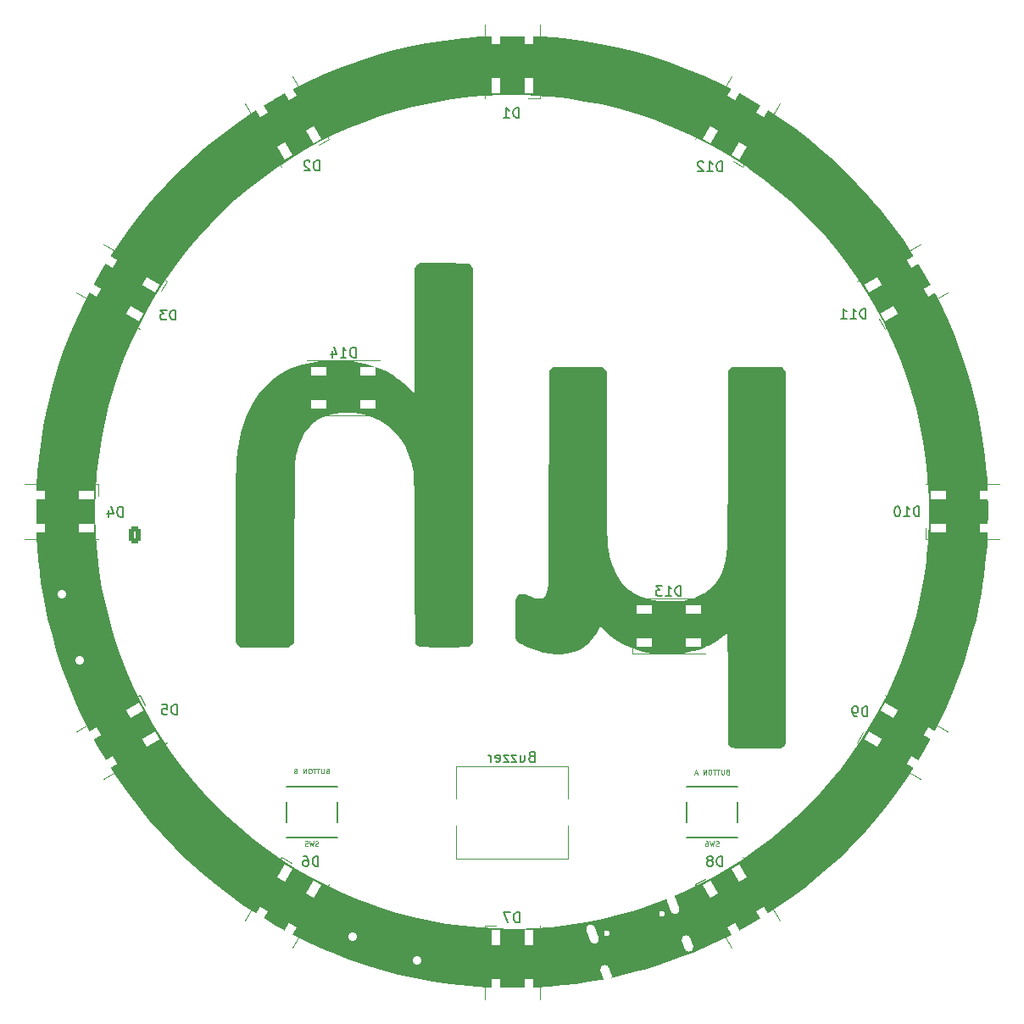
<source format=gbr>
%TF.GenerationSoftware,KiCad,Pcbnew,(6.0.8)*%
%TF.CreationDate,2022-10-25T22:06:49+02:00*%
%TF.ProjectId,Badge_v1,42616467-655f-4763-912e-6b696361645f,rev?*%
%TF.SameCoordinates,Original*%
%TF.FileFunction,Legend,Bot*%
%TF.FilePolarity,Positive*%
%FSLAX46Y46*%
G04 Gerber Fmt 4.6, Leading zero omitted, Abs format (unit mm)*
G04 Created by KiCad (PCBNEW (6.0.8)) date 2022-10-25 22:06:49*
%MOMM*%
%LPD*%
G01*
G04 APERTURE LIST*
G04 Aperture macros list*
%AMRoundRect*
0 Rectangle with rounded corners*
0 $1 Rounding radius*
0 $2 $3 $4 $5 $6 $7 $8 $9 X,Y pos of 4 corners*
0 Add a 4 corners polygon primitive as box body*
4,1,4,$2,$3,$4,$5,$6,$7,$8,$9,$2,$3,0*
0 Add four circle primitives for the rounded corners*
1,1,$1+$1,$2,$3*
1,1,$1+$1,$4,$5*
1,1,$1+$1,$6,$7*
1,1,$1+$1,$8,$9*
0 Add four rect primitives between the rounded corners*
20,1,$1+$1,$2,$3,$4,$5,0*
20,1,$1+$1,$4,$5,$6,$7,0*
20,1,$1+$1,$6,$7,$8,$9,0*
20,1,$1+$1,$8,$9,$2,$3,0*%
%AMHorizOval*
0 Thick line with rounded ends*
0 $1 width*
0 $2 $3 position (X,Y) of the first rounded end (center of the circle)*
0 $4 $5 position (X,Y) of the second rounded end (center of the circle)*
0 Add line between two ends*
20,1,$1,$2,$3,$4,$5,0*
0 Add two circle primitives to create the rounded ends*
1,1,$1,$2,$3*
1,1,$1,$4,$5*%
%AMRotRect*
0 Rectangle, with rotation*
0 The origin of the aperture is its center*
0 $1 length*
0 $2 width*
0 $3 Rotation angle, in degrees counterclockwise*
0 Add horizontal line*
21,1,$1,$2,0,0,$3*%
G04 Aperture macros list end*
%ADD10C,0.150000*%
%ADD11C,0.120000*%
%ADD12C,0.200000*%
%ADD13C,0.600000*%
%ADD14HorizOval,0.900000X-0.188111X0.516831X0.188111X-0.516831X0*%
%ADD15HorizOval,0.900000X-0.136808X0.375877X0.136808X-0.375877X0*%
%ADD16R,1.700000X1.700000*%
%ADD17O,1.700000X1.700000*%
%ADD18RoundRect,0.250000X-0.350000X-0.625000X0.350000X-0.625000X0.350000X0.625000X-0.350000X0.625000X0*%
%ADD19O,1.200000X1.750000*%
%ADD20R,1.000000X1.000000*%
%ADD21O,1.000000X1.000000*%
%ADD22R,0.850000X0.850000*%
%ADD23O,0.850000X0.850000*%
%ADD24C,0.900000*%
%ADD25RotRect,1.500000X0.900000X30.000000*%
%ADD26RotRect,1.500000X0.900000X300.000000*%
%ADD27RotRect,1.500000X0.900000X240.000000*%
%ADD28RotRect,1.500000X0.900000X330.000000*%
%ADD29RotRect,1.500000X0.900000X120.000000*%
%ADD30R,2.200000X2.200000*%
%ADD31R,0.900000X1.500000*%
%ADD32R,1.500000X0.900000*%
%ADD33RotRect,1.500000X0.900000X150.000000*%
%ADD34R,1.000000X0.750000*%
%ADD35RotRect,1.500000X0.900000X210.000000*%
%ADD36RotRect,1.500000X0.900000X60.000000*%
G04 APERTURE END LIST*
D10*
%TO.C,D5*%
X66508095Y-120242380D02*
X66508095Y-119242380D01*
X66270000Y-119242380D01*
X66127142Y-119290000D01*
X66031904Y-119385238D01*
X65984285Y-119480476D01*
X65936666Y-119670952D01*
X65936666Y-119813809D01*
X65984285Y-120004285D01*
X66031904Y-120099523D01*
X66127142Y-120194761D01*
X66270000Y-120242380D01*
X66508095Y-120242380D01*
X65031904Y-119242380D02*
X65508095Y-119242380D01*
X65555714Y-119718571D01*
X65508095Y-119670952D01*
X65412857Y-119623333D01*
X65174761Y-119623333D01*
X65079523Y-119670952D01*
X65031904Y-119718571D01*
X64984285Y-119813809D01*
X64984285Y-120051904D01*
X65031904Y-120147142D01*
X65079523Y-120194761D01*
X65174761Y-120242380D01*
X65412857Y-120242380D01*
X65508095Y-120194761D01*
X65555714Y-120147142D01*
%TO.C,D2*%
X80738095Y-65912379D02*
X80738095Y-64912379D01*
X80500000Y-64912379D01*
X80357142Y-64959999D01*
X80261904Y-65055237D01*
X80214285Y-65150475D01*
X80166666Y-65340951D01*
X80166666Y-65483808D01*
X80214285Y-65674284D01*
X80261904Y-65769522D01*
X80357142Y-65864760D01*
X80500000Y-65912379D01*
X80738095Y-65912379D01*
X79785714Y-65007618D02*
X79738095Y-64959999D01*
X79642857Y-64912379D01*
X79404761Y-64912379D01*
X79309523Y-64959999D01*
X79261904Y-65007618D01*
X79214285Y-65102856D01*
X79214285Y-65198094D01*
X79261904Y-65340951D01*
X79833333Y-65912379D01*
X79214285Y-65912379D01*
%TO.C,D12*%
X120994285Y-65992380D02*
X120994285Y-64992380D01*
X120756190Y-64992380D01*
X120613333Y-65040000D01*
X120518095Y-65135238D01*
X120470476Y-65230476D01*
X120422857Y-65420952D01*
X120422857Y-65563809D01*
X120470476Y-65754285D01*
X120518095Y-65849523D01*
X120613333Y-65944761D01*
X120756190Y-65992380D01*
X120994285Y-65992380D01*
X119470476Y-65992380D02*
X120041904Y-65992380D01*
X119756190Y-65992380D02*
X119756190Y-64992380D01*
X119851428Y-65135238D01*
X119946666Y-65230476D01*
X120041904Y-65278095D01*
X119089523Y-65087619D02*
X119041904Y-65040000D01*
X118946666Y-64992380D01*
X118708571Y-64992380D01*
X118613333Y-65040000D01*
X118565714Y-65087619D01*
X118518095Y-65182857D01*
X118518095Y-65278095D01*
X118565714Y-65420952D01*
X119137142Y-65992380D01*
X118518095Y-65992380D01*
%TO.C,D3*%
X66398095Y-80822380D02*
X66398095Y-79822380D01*
X66160000Y-79822380D01*
X66017142Y-79870000D01*
X65921904Y-79965238D01*
X65874285Y-80060476D01*
X65826666Y-80250952D01*
X65826666Y-80393809D01*
X65874285Y-80584285D01*
X65921904Y-80679523D01*
X66017142Y-80774761D01*
X66160000Y-80822380D01*
X66398095Y-80822380D01*
X65493333Y-79822380D02*
X64874285Y-79822380D01*
X65207619Y-80203333D01*
X65064761Y-80203333D01*
X64969523Y-80250952D01*
X64921904Y-80298571D01*
X64874285Y-80393809D01*
X64874285Y-80631904D01*
X64921904Y-80727142D01*
X64969523Y-80774761D01*
X65064761Y-80822380D01*
X65350476Y-80822380D01*
X65445714Y-80774761D01*
X65493333Y-80727142D01*
%TO.C,D8*%
X120998095Y-135392380D02*
X120998095Y-134392380D01*
X120760000Y-134392380D01*
X120617142Y-134440000D01*
X120521904Y-134535238D01*
X120474285Y-134630476D01*
X120426666Y-134820952D01*
X120426666Y-134963809D01*
X120474285Y-135154285D01*
X120521904Y-135249523D01*
X120617142Y-135344761D01*
X120760000Y-135392380D01*
X120998095Y-135392380D01*
X119855238Y-134820952D02*
X119950476Y-134773333D01*
X119998095Y-134725714D01*
X120045714Y-134630476D01*
X120045714Y-134582857D01*
X119998095Y-134487619D01*
X119950476Y-134440000D01*
X119855238Y-134392380D01*
X119664761Y-134392380D01*
X119569523Y-134440000D01*
X119521904Y-134487619D01*
X119474285Y-134582857D01*
X119474285Y-134630476D01*
X119521904Y-134725714D01*
X119569523Y-134773333D01*
X119664761Y-134820952D01*
X119855238Y-134820952D01*
X119950476Y-134868571D01*
X119998095Y-134916190D01*
X120045714Y-135011428D01*
X120045714Y-135201904D01*
X119998095Y-135297142D01*
X119950476Y-135344761D01*
X119855238Y-135392380D01*
X119664761Y-135392380D01*
X119569523Y-135344761D01*
X119521904Y-135297142D01*
X119474285Y-135201904D01*
X119474285Y-135011428D01*
X119521904Y-134916190D01*
X119569523Y-134868571D01*
X119664761Y-134820952D01*
%TO.C,BZ1*%
X101928571Y-124428571D02*
X101785714Y-124476190D01*
X101738095Y-124523809D01*
X101690476Y-124619047D01*
X101690476Y-124761904D01*
X101738095Y-124857142D01*
X101785714Y-124904761D01*
X101880952Y-124952380D01*
X102261904Y-124952380D01*
X102261904Y-123952380D01*
X101928571Y-123952380D01*
X101833333Y-124000000D01*
X101785714Y-124047619D01*
X101738095Y-124142857D01*
X101738095Y-124238095D01*
X101785714Y-124333333D01*
X101833333Y-124380952D01*
X101928571Y-124428571D01*
X102261904Y-124428571D01*
X100833333Y-124285714D02*
X100833333Y-124952380D01*
X101261904Y-124285714D02*
X101261904Y-124809523D01*
X101214285Y-124904761D01*
X101119047Y-124952380D01*
X100976190Y-124952380D01*
X100880952Y-124904761D01*
X100833333Y-124857142D01*
X100452380Y-124285714D02*
X99928571Y-124285714D01*
X100452380Y-124952380D01*
X99928571Y-124952380D01*
X99642857Y-124285714D02*
X99119047Y-124285714D01*
X99642857Y-124952380D01*
X99119047Y-124952380D01*
X98357142Y-124904761D02*
X98452380Y-124952380D01*
X98642857Y-124952380D01*
X98738095Y-124904761D01*
X98785714Y-124809523D01*
X98785714Y-124428571D01*
X98738095Y-124333333D01*
X98642857Y-124285714D01*
X98452380Y-124285714D01*
X98357142Y-124333333D01*
X98309523Y-124428571D01*
X98309523Y-124523809D01*
X98785714Y-124619047D01*
X97880952Y-124952380D02*
X97880952Y-124285714D01*
X97880952Y-124476190D02*
X97833333Y-124380952D01*
X97785714Y-124333333D01*
X97690476Y-124285714D01*
X97595238Y-124285714D01*
%TO.C,D1*%
X100678095Y-60632380D02*
X100678095Y-59632380D01*
X100440000Y-59632380D01*
X100297142Y-59680000D01*
X100201904Y-59775238D01*
X100154285Y-59870476D01*
X100106666Y-60060952D01*
X100106666Y-60203809D01*
X100154285Y-60394285D01*
X100201904Y-60489523D01*
X100297142Y-60584761D01*
X100440000Y-60632380D01*
X100678095Y-60632380D01*
X99154285Y-60632380D02*
X99725714Y-60632380D01*
X99440000Y-60632380D02*
X99440000Y-59632380D01*
X99535238Y-59775238D01*
X99630476Y-59870476D01*
X99725714Y-59918095D01*
%TO.C,D13*%
X116854285Y-108382380D02*
X116854285Y-107382380D01*
X116616190Y-107382380D01*
X116473333Y-107430000D01*
X116378095Y-107525238D01*
X116330476Y-107620476D01*
X116282857Y-107810952D01*
X116282857Y-107953809D01*
X116330476Y-108144285D01*
X116378095Y-108239523D01*
X116473333Y-108334761D01*
X116616190Y-108382380D01*
X116854285Y-108382380D01*
X115330476Y-108382380D02*
X115901904Y-108382380D01*
X115616190Y-108382380D02*
X115616190Y-107382380D01*
X115711428Y-107525238D01*
X115806666Y-107620476D01*
X115901904Y-107668095D01*
X114997142Y-107382380D02*
X114378095Y-107382380D01*
X114711428Y-107763333D01*
X114568571Y-107763333D01*
X114473333Y-107810952D01*
X114425714Y-107858571D01*
X114378095Y-107953809D01*
X114378095Y-108191904D01*
X114425714Y-108287142D01*
X114473333Y-108334761D01*
X114568571Y-108382380D01*
X114854285Y-108382380D01*
X114949523Y-108334761D01*
X114997142Y-108287142D01*
%TO.C,D9*%
X135498095Y-120432380D02*
X135498095Y-119432380D01*
X135260000Y-119432380D01*
X135117142Y-119480000D01*
X135021904Y-119575238D01*
X134974285Y-119670476D01*
X134926666Y-119860952D01*
X134926666Y-120003809D01*
X134974285Y-120194285D01*
X135021904Y-120289523D01*
X135117142Y-120384761D01*
X135260000Y-120432380D01*
X135498095Y-120432380D01*
X134450476Y-120432380D02*
X134260000Y-120432380D01*
X134164761Y-120384761D01*
X134117142Y-120337142D01*
X134021904Y-120194285D01*
X133974285Y-120003809D01*
X133974285Y-119622857D01*
X134021904Y-119527619D01*
X134069523Y-119480000D01*
X134164761Y-119432380D01*
X134355238Y-119432380D01*
X134450476Y-119480000D01*
X134498095Y-119527619D01*
X134545714Y-119622857D01*
X134545714Y-119860952D01*
X134498095Y-119956190D01*
X134450476Y-120003809D01*
X134355238Y-120051428D01*
X134164761Y-120051428D01*
X134069523Y-120003809D01*
X134021904Y-119956190D01*
X133974285Y-119860952D01*
D11*
%TO.C,SW6*%
X120634666Y-133365380D02*
X120563238Y-133389190D01*
X120444190Y-133389190D01*
X120396571Y-133365380D01*
X120372761Y-133341571D01*
X120348952Y-133293952D01*
X120348952Y-133246333D01*
X120372761Y-133198714D01*
X120396571Y-133174904D01*
X120444190Y-133151095D01*
X120539428Y-133127285D01*
X120587047Y-133103476D01*
X120610857Y-133079666D01*
X120634666Y-133032047D01*
X120634666Y-132984428D01*
X120610857Y-132936809D01*
X120587047Y-132913000D01*
X120539428Y-132889190D01*
X120420380Y-132889190D01*
X120348952Y-132913000D01*
X120182285Y-132889190D02*
X120063238Y-133389190D01*
X119968000Y-133032047D01*
X119872761Y-133389190D01*
X119753714Y-132889190D01*
X119348952Y-132889190D02*
X119444190Y-132889190D01*
X119491809Y-132913000D01*
X119515619Y-132936809D01*
X119563238Y-133008238D01*
X119587047Y-133103476D01*
X119587047Y-133293952D01*
X119563238Y-133341571D01*
X119539428Y-133365380D01*
X119491809Y-133389190D01*
X119396571Y-133389190D01*
X119348952Y-133365380D01*
X119325142Y-133341571D01*
X119301333Y-133293952D01*
X119301333Y-133174904D01*
X119325142Y-133127285D01*
X119348952Y-133103476D01*
X119396571Y-133079666D01*
X119491809Y-133079666D01*
X119539428Y-133103476D01*
X119563238Y-133127285D01*
X119587047Y-133174904D01*
X121525714Y-125954285D02*
X121454285Y-125978095D01*
X121430476Y-126001904D01*
X121406666Y-126049523D01*
X121406666Y-126120952D01*
X121430476Y-126168571D01*
X121454285Y-126192380D01*
X121501904Y-126216190D01*
X121692380Y-126216190D01*
X121692380Y-125716190D01*
X121525714Y-125716190D01*
X121478095Y-125740000D01*
X121454285Y-125763809D01*
X121430476Y-125811428D01*
X121430476Y-125859047D01*
X121454285Y-125906666D01*
X121478095Y-125930476D01*
X121525714Y-125954285D01*
X121692380Y-125954285D01*
X121192380Y-125716190D02*
X121192380Y-126120952D01*
X121168571Y-126168571D01*
X121144761Y-126192380D01*
X121097142Y-126216190D01*
X121001904Y-126216190D01*
X120954285Y-126192380D01*
X120930476Y-126168571D01*
X120906666Y-126120952D01*
X120906666Y-125716190D01*
X120740000Y-125716190D02*
X120454285Y-125716190D01*
X120597142Y-126216190D02*
X120597142Y-125716190D01*
X120359047Y-125716190D02*
X120073333Y-125716190D01*
X120216190Y-126216190D02*
X120216190Y-125716190D01*
X119811428Y-125716190D02*
X119716190Y-125716190D01*
X119668571Y-125740000D01*
X119620952Y-125787619D01*
X119597142Y-125882857D01*
X119597142Y-126049523D01*
X119620952Y-126144761D01*
X119668571Y-126192380D01*
X119716190Y-126216190D01*
X119811428Y-126216190D01*
X119859047Y-126192380D01*
X119906666Y-126144761D01*
X119930476Y-126049523D01*
X119930476Y-125882857D01*
X119906666Y-125787619D01*
X119859047Y-125740000D01*
X119811428Y-125716190D01*
X119382857Y-126216190D02*
X119382857Y-125716190D01*
X119097142Y-126216190D01*
X119097142Y-125716190D01*
X118501904Y-126073333D02*
X118263809Y-126073333D01*
X118549523Y-126216190D02*
X118382857Y-125716190D01*
X118216190Y-126216190D01*
D10*
%TO.C,D4*%
X61128095Y-100482380D02*
X61128095Y-99482380D01*
X60890000Y-99482380D01*
X60747142Y-99530000D01*
X60651904Y-99625238D01*
X60604285Y-99720476D01*
X60556666Y-99910952D01*
X60556666Y-100053809D01*
X60604285Y-100244285D01*
X60651904Y-100339523D01*
X60747142Y-100434761D01*
X60890000Y-100482380D01*
X61128095Y-100482380D01*
X59699523Y-99815714D02*
X59699523Y-100482380D01*
X59937619Y-99434761D02*
X60175714Y-100149047D01*
X59556666Y-100149047D01*
D11*
%TO.C,SW5*%
X80634666Y-133365380D02*
X80563238Y-133389190D01*
X80444190Y-133389190D01*
X80396571Y-133365380D01*
X80372761Y-133341571D01*
X80348952Y-133293952D01*
X80348952Y-133246333D01*
X80372761Y-133198714D01*
X80396571Y-133174904D01*
X80444190Y-133151095D01*
X80539428Y-133127285D01*
X80587047Y-133103476D01*
X80610857Y-133079666D01*
X80634666Y-133032047D01*
X80634666Y-132984428D01*
X80610857Y-132936809D01*
X80587047Y-132913000D01*
X80539428Y-132889190D01*
X80420380Y-132889190D01*
X80348952Y-132913000D01*
X80182285Y-132889190D02*
X80063238Y-133389190D01*
X79968000Y-133032047D01*
X79872761Y-133389190D01*
X79753714Y-132889190D01*
X79325142Y-132889190D02*
X79563238Y-132889190D01*
X79587047Y-133127285D01*
X79563238Y-133103476D01*
X79515619Y-133079666D01*
X79396571Y-133079666D01*
X79348952Y-133103476D01*
X79325142Y-133127285D01*
X79301333Y-133174904D01*
X79301333Y-133293952D01*
X79325142Y-133341571D01*
X79348952Y-133365380D01*
X79396571Y-133389190D01*
X79515619Y-133389190D01*
X79563238Y-133365380D01*
X79587047Y-133341571D01*
X81571428Y-125864285D02*
X81500000Y-125888095D01*
X81476190Y-125911904D01*
X81452380Y-125959523D01*
X81452380Y-126030952D01*
X81476190Y-126078571D01*
X81500000Y-126102380D01*
X81547619Y-126126190D01*
X81738095Y-126126190D01*
X81738095Y-125626190D01*
X81571428Y-125626190D01*
X81523809Y-125650000D01*
X81500000Y-125673809D01*
X81476190Y-125721428D01*
X81476190Y-125769047D01*
X81500000Y-125816666D01*
X81523809Y-125840476D01*
X81571428Y-125864285D01*
X81738095Y-125864285D01*
X81238095Y-125626190D02*
X81238095Y-126030952D01*
X81214285Y-126078571D01*
X81190476Y-126102380D01*
X81142857Y-126126190D01*
X81047619Y-126126190D01*
X81000000Y-126102380D01*
X80976190Y-126078571D01*
X80952380Y-126030952D01*
X80952380Y-125626190D01*
X80785714Y-125626190D02*
X80500000Y-125626190D01*
X80642857Y-126126190D02*
X80642857Y-125626190D01*
X80404761Y-125626190D02*
X80119047Y-125626190D01*
X80261904Y-126126190D02*
X80261904Y-125626190D01*
X79857142Y-125626190D02*
X79761904Y-125626190D01*
X79714285Y-125650000D01*
X79666666Y-125697619D01*
X79642857Y-125792857D01*
X79642857Y-125959523D01*
X79666666Y-126054761D01*
X79714285Y-126102380D01*
X79761904Y-126126190D01*
X79857142Y-126126190D01*
X79904761Y-126102380D01*
X79952380Y-126054761D01*
X79976190Y-125959523D01*
X79976190Y-125792857D01*
X79952380Y-125697619D01*
X79904761Y-125650000D01*
X79857142Y-125626190D01*
X79428571Y-126126190D02*
X79428571Y-125626190D01*
X79142857Y-126126190D01*
X79142857Y-125626190D01*
X78357142Y-125864285D02*
X78285714Y-125888095D01*
X78261904Y-125911904D01*
X78238095Y-125959523D01*
X78238095Y-126030952D01*
X78261904Y-126078571D01*
X78285714Y-126102380D01*
X78333333Y-126126190D01*
X78523809Y-126126190D01*
X78523809Y-125626190D01*
X78357142Y-125626190D01*
X78309523Y-125650000D01*
X78285714Y-125673809D01*
X78261904Y-125721428D01*
X78261904Y-125769047D01*
X78285714Y-125816666D01*
X78309523Y-125840476D01*
X78357142Y-125864285D01*
X78523809Y-125864285D01*
D10*
%TO.C,D7*%
X100718095Y-140992380D02*
X100718095Y-139992380D01*
X100480000Y-139992380D01*
X100337142Y-140040000D01*
X100241904Y-140135238D01*
X100194285Y-140230476D01*
X100146666Y-140420952D01*
X100146666Y-140563809D01*
X100194285Y-140754285D01*
X100241904Y-140849523D01*
X100337142Y-140944761D01*
X100480000Y-140992380D01*
X100718095Y-140992380D01*
X99813333Y-139992380D02*
X99146666Y-139992380D01*
X99575238Y-140992380D01*
%TO.C,D11*%
X135314285Y-80682379D02*
X135314285Y-79682379D01*
X135076190Y-79682379D01*
X134933333Y-79729999D01*
X134838095Y-79825237D01*
X134790476Y-79920475D01*
X134742857Y-80110951D01*
X134742857Y-80253808D01*
X134790476Y-80444284D01*
X134838095Y-80539522D01*
X134933333Y-80634760D01*
X135076190Y-80682379D01*
X135314285Y-80682379D01*
X133790476Y-80682379D02*
X134361904Y-80682379D01*
X134076190Y-80682379D02*
X134076190Y-79682379D01*
X134171428Y-79825237D01*
X134266666Y-79920475D01*
X134361904Y-79968094D01*
X132838095Y-80682379D02*
X133409523Y-80682379D01*
X133123809Y-80682379D02*
X133123809Y-79682379D01*
X133219047Y-79825237D01*
X133314285Y-79920475D01*
X133409523Y-79968094D01*
%TO.C,D10*%
X140674285Y-100442380D02*
X140674285Y-99442380D01*
X140436190Y-99442380D01*
X140293333Y-99490000D01*
X140198095Y-99585238D01*
X140150476Y-99680476D01*
X140102857Y-99870952D01*
X140102857Y-100013809D01*
X140150476Y-100204285D01*
X140198095Y-100299523D01*
X140293333Y-100394761D01*
X140436190Y-100442380D01*
X140674285Y-100442380D01*
X139150476Y-100442380D02*
X139721904Y-100442380D01*
X139436190Y-100442380D02*
X139436190Y-99442380D01*
X139531428Y-99585238D01*
X139626666Y-99680476D01*
X139721904Y-99728095D01*
X138531428Y-99442380D02*
X138436190Y-99442380D01*
X138340952Y-99490000D01*
X138293333Y-99537619D01*
X138245714Y-99632857D01*
X138198095Y-99823333D01*
X138198095Y-100061428D01*
X138245714Y-100251904D01*
X138293333Y-100347142D01*
X138340952Y-100394761D01*
X138436190Y-100442380D01*
X138531428Y-100442380D01*
X138626666Y-100394761D01*
X138674285Y-100347142D01*
X138721904Y-100251904D01*
X138769523Y-100061428D01*
X138769523Y-99823333D01*
X138721904Y-99632857D01*
X138674285Y-99537619D01*
X138626666Y-99490000D01*
X138531428Y-99442380D01*
%TO.C,D6*%
X80628095Y-135402380D02*
X80628095Y-134402380D01*
X80390000Y-134402380D01*
X80247142Y-134450000D01*
X80151904Y-134545238D01*
X80104285Y-134640476D01*
X80056666Y-134830952D01*
X80056666Y-134973809D01*
X80104285Y-135164285D01*
X80151904Y-135259523D01*
X80247142Y-135354761D01*
X80390000Y-135402380D01*
X80628095Y-135402380D01*
X79199523Y-134402380D02*
X79390000Y-134402380D01*
X79485238Y-134450000D01*
X79532857Y-134497619D01*
X79628095Y-134640476D01*
X79675714Y-134830952D01*
X79675714Y-135211904D01*
X79628095Y-135307142D01*
X79580476Y-135354761D01*
X79485238Y-135402380D01*
X79294761Y-135402380D01*
X79199523Y-135354761D01*
X79151904Y-135307142D01*
X79104285Y-135211904D01*
X79104285Y-134973809D01*
X79151904Y-134878571D01*
X79199523Y-134830952D01*
X79294761Y-134783333D01*
X79485238Y-134783333D01*
X79580476Y-134830952D01*
X79628095Y-134878571D01*
X79675714Y-134973809D01*
%TO.C,D14*%
X84384285Y-84562380D02*
X84384285Y-83562380D01*
X84146190Y-83562380D01*
X84003333Y-83610000D01*
X83908095Y-83705238D01*
X83860476Y-83800476D01*
X83812857Y-83990952D01*
X83812857Y-84133809D01*
X83860476Y-84324285D01*
X83908095Y-84419523D01*
X84003333Y-84514761D01*
X84146190Y-84562380D01*
X84384285Y-84562380D01*
X82860476Y-84562380D02*
X83431904Y-84562380D01*
X83146190Y-84562380D02*
X83146190Y-83562380D01*
X83241428Y-83705238D01*
X83336666Y-83800476D01*
X83431904Y-83848095D01*
X82003333Y-83895714D02*
X82003333Y-84562380D01*
X82241428Y-83514761D02*
X82479523Y-84229047D01*
X81860476Y-84229047D01*
D11*
%TO.C,D5*%
X59214007Y-126706570D02*
X65535993Y-123056570D01*
X62785993Y-118293430D02*
X63360993Y-119289359D01*
X56464007Y-121943430D02*
X62785993Y-118293430D01*
%TO.C,D2*%
X78056570Y-56464007D02*
X81706570Y-62785993D01*
X73293430Y-59214007D02*
X76943430Y-65535993D01*
X81706570Y-62785993D02*
X80710641Y-63360993D01*
%TO.C,D12*%
X126706570Y-59214007D02*
X123056570Y-65535993D01*
X123056570Y-65535993D02*
X122060641Y-64960993D01*
X121943430Y-56464007D02*
X118293430Y-62785993D01*
%TO.C,D3*%
X56464007Y-78056570D02*
X62785993Y-81706570D01*
X65535993Y-76943430D02*
X64960993Y-77939359D01*
X59214007Y-73293430D02*
X65535993Y-76943430D01*
%TO.C,D8*%
X126706570Y-140785993D02*
X123056570Y-134464007D01*
X121943430Y-143535993D02*
X118293430Y-137214007D01*
X118293430Y-137214007D02*
X119289359Y-136639007D01*
%TO.C,BZ1*%
X94400000Y-125400000D02*
X94400000Y-128650000D01*
X94400000Y-131350000D02*
X94400000Y-134600000D01*
X105600000Y-128650000D02*
X105600000Y-125400000D01*
X105600000Y-125400000D02*
X94400000Y-125400000D01*
X94400000Y-134600000D02*
X105600000Y-134600000D01*
X105600000Y-134600000D02*
X105600000Y-131350000D01*
%TO.C,D1*%
X97250000Y-51350000D02*
X97250000Y-58650000D01*
X102750000Y-51350000D02*
X102750000Y-58650000D01*
X102750000Y-58650000D02*
X101600000Y-58650000D01*
%TO.C,D13*%
X119290000Y-108680000D02*
X111990000Y-108680000D01*
X119290000Y-114180000D02*
X111990000Y-114180000D01*
X111990000Y-114180000D02*
X111990000Y-113030000D01*
%TO.C,D9*%
X143535993Y-121943430D02*
X137214007Y-118293430D01*
X134464007Y-123056570D02*
X135039007Y-122060641D01*
X140785993Y-126706570D02*
X134464007Y-123056570D01*
D12*
%TO.C,SW6*%
X117450000Y-129000000D02*
X117450000Y-131000000D01*
X122550000Y-129000000D02*
X122550000Y-131000000D01*
X122550000Y-132550000D02*
X117450000Y-132550000D01*
X122550000Y-127450000D02*
X117450000Y-127450000D01*
D11*
%TO.C,D4*%
X58650000Y-97250000D02*
X58650000Y-98400000D01*
X51350000Y-97250000D02*
X58650000Y-97250000D01*
X51350000Y-102750000D02*
X58650000Y-102750000D01*
D12*
%TO.C,SW5*%
X82550000Y-127450000D02*
X77450000Y-127450000D01*
X82550000Y-132550000D02*
X77450000Y-132550000D01*
X77450000Y-129000000D02*
X77450000Y-131000000D01*
X82550000Y-129000000D02*
X82550000Y-131000000D01*
D11*
%TO.C,D7*%
X97250000Y-148650000D02*
X97250000Y-141350000D01*
X102750000Y-148650000D02*
X102750000Y-141350000D01*
X97250000Y-141350000D02*
X98400000Y-141350000D01*
%TO.C,D11*%
X137214007Y-81706570D02*
X136639007Y-80710641D01*
X143535993Y-78056570D02*
X137214007Y-81706570D01*
X140785993Y-73293430D02*
X134464007Y-76943430D01*
%TO.C,D10*%
X141350000Y-102750000D02*
X141350000Y-101600000D01*
X148650000Y-97250000D02*
X141350000Y-97250000D01*
X148650000Y-102750000D02*
X141350000Y-102750000D01*
%TO.C,D6*%
X73293430Y-140785993D02*
X76943430Y-134464007D01*
X78056570Y-143535993D02*
X81706570Y-137214007D01*
X76943430Y-134464007D02*
X77939359Y-135039007D01*
%TO.C,D14*%
X86820000Y-84860000D02*
X79520000Y-84860000D01*
X86820000Y-90360000D02*
X79520000Y-90360000D01*
X79520000Y-90360000D02*
X79520000Y-89210000D01*
%TO.C,G\u002A\u002A\u002A*%
G36*
X93240777Y-75150258D02*
G01*
X95663800Y-75159233D01*
X95802425Y-75270821D01*
X95841807Y-75303287D01*
X95966547Y-75425550D01*
X96047106Y-75552322D01*
X96094580Y-75705876D01*
X96120065Y-75908488D01*
X96120346Y-75913499D01*
X96121753Y-75981726D01*
X96123095Y-76119502D01*
X96124372Y-76324641D01*
X96125581Y-76594959D01*
X96126722Y-76928271D01*
X96127792Y-77322391D01*
X96128791Y-77775135D01*
X96129717Y-78284317D01*
X96130568Y-78847753D01*
X96131344Y-79463258D01*
X96132042Y-80128647D01*
X96132661Y-80841734D01*
X96133201Y-81600336D01*
X96133659Y-82402266D01*
X96134034Y-83245340D01*
X96134324Y-84127373D01*
X96134529Y-85046179D01*
X96134646Y-85999575D01*
X96134675Y-86985375D01*
X96134614Y-88001393D01*
X96134461Y-89045446D01*
X96134215Y-90115348D01*
X96133875Y-91208914D01*
X96133438Y-92323959D01*
X96132905Y-93458298D01*
X96132273Y-94609746D01*
X96121448Y-113013952D01*
X95986661Y-113186957D01*
X95967912Y-113210834D01*
X95858427Y-113337501D01*
X95760506Y-113417694D01*
X95652770Y-113465305D01*
X95513841Y-113494228D01*
X95510065Y-113494737D01*
X95434462Y-113499555D01*
X95294188Y-113503933D01*
X95096043Y-113507808D01*
X94846829Y-113511116D01*
X94553346Y-113513795D01*
X94222393Y-113515781D01*
X93860772Y-113517011D01*
X93475283Y-113517421D01*
X93072727Y-113516948D01*
X92639792Y-113516072D01*
X92231721Y-113515191D01*
X91885063Y-113513851D01*
X91594211Y-113511496D01*
X91353561Y-113507574D01*
X91157507Y-113501531D01*
X91000444Y-113492813D01*
X90876767Y-113480866D01*
X90780870Y-113465137D01*
X90707150Y-113445072D01*
X90650000Y-113420117D01*
X90603815Y-113389718D01*
X90562990Y-113353322D01*
X90521920Y-113310375D01*
X90475000Y-113260323D01*
X90348721Y-113128979D01*
X90322192Y-112400356D01*
X90320297Y-112332841D01*
X90317358Y-112177310D01*
X90314182Y-111956007D01*
X90310798Y-111672694D01*
X90307234Y-111331135D01*
X90303518Y-110935093D01*
X90299677Y-110488330D01*
X90295738Y-109994611D01*
X90291731Y-109457696D01*
X90287683Y-108881351D01*
X90283621Y-108269337D01*
X90279573Y-107625418D01*
X90275568Y-106953357D01*
X90271633Y-106256917D01*
X90267796Y-105539860D01*
X90264084Y-104805950D01*
X90260526Y-104058949D01*
X90258994Y-103725496D01*
X90255097Y-102864689D01*
X90251527Y-102071780D01*
X90248186Y-101343653D01*
X90244977Y-100677192D01*
X90241803Y-100069281D01*
X90238566Y-99516805D01*
X90235169Y-99016646D01*
X90231514Y-98565688D01*
X90227503Y-98160817D01*
X90223040Y-97798915D01*
X90218026Y-97476866D01*
X90212364Y-97191555D01*
X90205958Y-96939865D01*
X90198708Y-96718680D01*
X90190518Y-96524884D01*
X90181290Y-96355361D01*
X90170927Y-96206995D01*
X90159332Y-96076670D01*
X90146406Y-95961269D01*
X90132052Y-95857677D01*
X90116173Y-95762777D01*
X90098671Y-95673454D01*
X90079450Y-95586591D01*
X90058410Y-95499073D01*
X90035455Y-95407782D01*
X90010488Y-95309604D01*
X89983410Y-95201421D01*
X89857789Y-94743240D01*
X89619303Y-94064694D01*
X89330686Y-93437662D01*
X88991668Y-92861647D01*
X88601977Y-92336152D01*
X88161342Y-91860680D01*
X87827845Y-91560643D01*
X87307842Y-91171744D01*
X86750719Y-90843633D01*
X86155821Y-90576069D01*
X85522491Y-90368812D01*
X84850076Y-90221621D01*
X84137920Y-90134256D01*
X83385369Y-90106477D01*
X82899343Y-90123668D01*
X82351781Y-90183374D01*
X81836296Y-90283858D01*
X81360943Y-90423113D01*
X80933778Y-90599131D01*
X80562858Y-90809904D01*
X80470784Y-90874840D01*
X80263388Y-91039016D01*
X80043032Y-91232742D01*
X79828073Y-91438786D01*
X79636870Y-91639920D01*
X79487782Y-91818912D01*
X79454908Y-91863387D01*
X79200659Y-92262408D01*
X78970664Y-92725239D01*
X78766618Y-93247604D01*
X78590216Y-93825229D01*
X78443153Y-94453837D01*
X78420484Y-94572338D01*
X78384600Y-94799976D01*
X78356666Y-95045495D01*
X78334796Y-95326978D01*
X78317107Y-95662502D01*
X78315673Y-95702114D01*
X78312420Y-95839942D01*
X78309041Y-96044725D01*
X78305559Y-96312886D01*
X78301996Y-96640849D01*
X78298375Y-97025038D01*
X78294721Y-97461878D01*
X78291055Y-97947791D01*
X78287400Y-98479203D01*
X78283780Y-99052537D01*
X78280218Y-99664216D01*
X78276737Y-100310666D01*
X78273359Y-100988310D01*
X78270108Y-101693571D01*
X78267007Y-102422875D01*
X78264078Y-103172644D01*
X78261346Y-103939304D01*
X78258832Y-104719277D01*
X78233473Y-113028468D01*
X78131031Y-113169886D01*
X78079318Y-113230248D01*
X77964150Y-113333669D01*
X77838655Y-113420228D01*
X77648721Y-113529153D01*
X75281679Y-113529491D01*
X72914638Y-113529830D01*
X72751543Y-113405298D01*
X72695004Y-113357515D01*
X72581048Y-113238438D01*
X72493798Y-113119257D01*
X72399147Y-112957748D01*
X72399736Y-104810195D01*
X72399836Y-104084192D01*
X72400146Y-103143353D01*
X72400684Y-102269690D01*
X72401488Y-101460315D01*
X72402591Y-100712341D01*
X72404030Y-100022878D01*
X72405838Y-99389039D01*
X72408052Y-98807935D01*
X72410707Y-98276679D01*
X72413837Y-97792382D01*
X72417477Y-97352157D01*
X72421663Y-96953115D01*
X72426431Y-96592368D01*
X72431814Y-96267027D01*
X72437848Y-95974206D01*
X72444569Y-95711015D01*
X72452011Y-95474567D01*
X72460210Y-95261973D01*
X72469200Y-95070346D01*
X72479018Y-94896797D01*
X72489697Y-94738437D01*
X72501273Y-94592380D01*
X72513782Y-94455737D01*
X72527257Y-94325620D01*
X72567215Y-93989387D01*
X72712877Y-93059449D01*
X72904995Y-92172383D01*
X73142514Y-91332102D01*
X73424373Y-90542513D01*
X73749517Y-89807529D01*
X74070645Y-89203949D01*
X74499277Y-88527642D01*
X74973087Y-87907538D01*
X75491849Y-87343786D01*
X76055335Y-86836537D01*
X76663319Y-86385939D01*
X77315574Y-85992142D01*
X78011872Y-85655296D01*
X78751987Y-85375549D01*
X79535692Y-85153052D01*
X80362760Y-84987953D01*
X81232963Y-84880402D01*
X81244334Y-84879418D01*
X81465509Y-84865652D01*
X81736530Y-84856761D01*
X82043847Y-84852499D01*
X82373910Y-84852620D01*
X82713167Y-84856881D01*
X83048068Y-84865036D01*
X83365062Y-84876841D01*
X83650599Y-84892052D01*
X83891127Y-84910422D01*
X84073096Y-84931707D01*
X84412773Y-84988157D01*
X85275701Y-85174918D01*
X86093532Y-85416919D01*
X86865686Y-85713947D01*
X87591580Y-86065789D01*
X88270631Y-86472231D01*
X88579034Y-86682976D01*
X88873462Y-86900279D01*
X89161384Y-87131564D01*
X89460175Y-87390807D01*
X89787211Y-87691982D01*
X90246642Y-88124731D01*
X90270622Y-84332953D01*
X90270688Y-84322516D01*
X90274211Y-83737749D01*
X90277577Y-83126952D01*
X90280748Y-82499944D01*
X90283688Y-81866542D01*
X90286358Y-81236567D01*
X90288720Y-80619836D01*
X90290737Y-80026168D01*
X90292371Y-79465383D01*
X90293585Y-78947298D01*
X90294341Y-78481733D01*
X90294602Y-78078506D01*
X90294602Y-75615837D01*
X90413538Y-75459901D01*
X90455988Y-75409168D01*
X90566634Y-75301927D01*
X90675115Y-75222624D01*
X90817755Y-75141283D01*
X93240777Y-75150258D01*
G37*
G36*
X147536150Y-100589595D02*
G01*
X147532733Y-101071576D01*
X147527258Y-101534070D01*
X147519725Y-101968304D01*
X147510131Y-102365504D01*
X147498476Y-102716895D01*
X147484758Y-103013705D01*
X147468975Y-103247160D01*
X147454225Y-103419718D01*
X147357748Y-104461960D01*
X147252996Y-105445110D01*
X147138211Y-106380204D01*
X147011640Y-107278277D01*
X146871528Y-108150365D01*
X146716118Y-109007504D01*
X146543657Y-109860727D01*
X146352388Y-110721072D01*
X146140557Y-111599574D01*
X146006979Y-112122138D01*
X145571809Y-113678654D01*
X145088125Y-115201683D01*
X144551850Y-116702214D01*
X143958909Y-118191235D01*
X143305223Y-119679732D01*
X142586718Y-121178694D01*
X142084829Y-122158818D01*
X141242734Y-123694791D01*
X140357117Y-125179904D01*
X139423174Y-126621460D01*
X138436097Y-128026761D01*
X137391082Y-129403111D01*
X136283323Y-130757813D01*
X136191911Y-130865309D01*
X135366114Y-131804417D01*
X134488656Y-132748780D01*
X133574316Y-133683617D01*
X132637875Y-134594149D01*
X131694113Y-135465595D01*
X130757812Y-136283174D01*
X130588776Y-136425661D01*
X129181805Y-137560517D01*
X127730500Y-138642369D01*
X126238299Y-139669372D01*
X124708643Y-140639679D01*
X123144971Y-141551442D01*
X121550721Y-142402815D01*
X119929334Y-143191951D01*
X118284248Y-143917004D01*
X116618903Y-144576126D01*
X114936738Y-145167470D01*
X113241193Y-145689190D01*
X112700827Y-145840824D01*
X111419565Y-146176431D01*
X110157259Y-146471764D01*
X108901580Y-146728877D01*
X107640198Y-146949822D01*
X106360784Y-147136654D01*
X105051008Y-147291426D01*
X103698540Y-147416191D01*
X102291051Y-147513004D01*
X102018179Y-147525696D01*
X101648344Y-147536291D01*
X101219726Y-147542922D01*
X100739361Y-147545584D01*
X100214284Y-147544270D01*
X99651530Y-147538974D01*
X99058135Y-147529689D01*
X98441134Y-147516410D01*
X97425025Y-147479728D01*
X95664492Y-147360545D01*
X93900894Y-147171491D01*
X92138822Y-146913548D01*
X90382868Y-146587696D01*
X88637621Y-146194915D01*
X86907672Y-145736186D01*
X85197612Y-145212489D01*
X83512033Y-144624805D01*
X81855523Y-143974114D01*
X81362294Y-143765917D01*
X79666300Y-143000316D01*
X78008055Y-142173920D01*
X76388849Y-141287969D01*
X74809979Y-140343701D01*
X73272737Y-139342354D01*
X71778416Y-138285169D01*
X70328312Y-137173384D01*
X68923717Y-136008238D01*
X67565925Y-134790970D01*
X66256231Y-133522818D01*
X64995927Y-132205023D01*
X63786307Y-130838823D01*
X62628666Y-129425456D01*
X61524297Y-127966162D01*
X60474493Y-126462180D01*
X59480549Y-124914748D01*
X58543757Y-123325107D01*
X57665413Y-121694494D01*
X56846809Y-120024148D01*
X56476633Y-119211038D01*
X55771182Y-117536437D01*
X55134249Y-115843753D01*
X54565275Y-114130978D01*
X54063701Y-112396104D01*
X53628969Y-110637122D01*
X53260521Y-108852026D01*
X52957796Y-107038806D01*
X52720236Y-105195455D01*
X52693831Y-104952607D01*
X52634992Y-104377357D01*
X52585357Y-103832618D01*
X52544429Y-103306999D01*
X52511714Y-102789110D01*
X52486719Y-102267561D01*
X52468948Y-101730961D01*
X52457907Y-101167921D01*
X52453102Y-100567049D01*
X52453590Y-100228018D01*
X58366568Y-100228018D01*
X58368836Y-100667256D01*
X58373408Y-101086322D01*
X58380285Y-101472229D01*
X58389469Y-101811989D01*
X58400962Y-102092614D01*
X58422738Y-102482579D01*
X58563268Y-104218515D01*
X58773987Y-105939802D01*
X59054468Y-107644967D01*
X59404282Y-109332538D01*
X59823002Y-111001043D01*
X60310200Y-112649011D01*
X60865449Y-114274969D01*
X61488320Y-115877444D01*
X62178387Y-117454967D01*
X62935220Y-119006063D01*
X63758393Y-120529262D01*
X64117090Y-121148799D01*
X65023271Y-122612872D01*
X65987205Y-124035057D01*
X67007127Y-125413813D01*
X68081272Y-126747599D01*
X69207876Y-128034875D01*
X70385173Y-129274099D01*
X71611397Y-130463732D01*
X72884785Y-131602232D01*
X74203571Y-132688059D01*
X75565990Y-133719672D01*
X76970277Y-134695531D01*
X78414667Y-135614095D01*
X79897395Y-136473823D01*
X81416695Y-137273175D01*
X82970803Y-138010610D01*
X84557954Y-138684587D01*
X85308926Y-138976611D01*
X86901357Y-139540571D01*
X88515760Y-140038851D01*
X90147974Y-140470575D01*
X91793836Y-140834870D01*
X93449186Y-141130861D01*
X95109860Y-141357673D01*
X96771699Y-141514431D01*
X98430539Y-141600261D01*
X98799297Y-141610740D01*
X99445690Y-141625117D01*
X100041314Y-141632290D01*
X100599924Y-141632007D01*
X101135280Y-141624012D01*
X101661140Y-141608050D01*
X102191261Y-141583869D01*
X102739401Y-141551212D01*
X103319318Y-141509825D01*
X103976186Y-141454297D01*
X105672351Y-141260886D01*
X107358195Y-140996422D01*
X109031995Y-140661389D01*
X110692025Y-140256268D01*
X112336562Y-139781543D01*
X113963880Y-139237696D01*
X115572256Y-138625211D01*
X117159965Y-137944569D01*
X118725284Y-137196255D01*
X120031180Y-136509596D01*
X121526569Y-135648294D01*
X122983674Y-134726661D01*
X124400477Y-133746230D01*
X125774960Y-132708534D01*
X127105105Y-131615107D01*
X128388892Y-130467481D01*
X129624306Y-129267190D01*
X130809326Y-128015767D01*
X131725848Y-126972722D01*
X132819837Y-125631158D01*
X133854426Y-124250631D01*
X134828721Y-122832973D01*
X135741828Y-121380017D01*
X136592851Y-119893596D01*
X137380896Y-118375544D01*
X138105068Y-116827694D01*
X138764472Y-115251878D01*
X139358214Y-113649929D01*
X139885399Y-112023681D01*
X140345132Y-110374967D01*
X140736519Y-108705620D01*
X141058664Y-107017472D01*
X141130135Y-106583081D01*
X141214366Y-106031230D01*
X141290429Y-105480402D01*
X141360106Y-104915960D01*
X141425179Y-104323270D01*
X141487433Y-103687696D01*
X141548648Y-102994603D01*
X141554052Y-102926016D01*
X141569956Y-102667637D01*
X141584261Y-102350829D01*
X141596854Y-101985989D01*
X141607621Y-101583510D01*
X141616447Y-101153786D01*
X141623219Y-100707212D01*
X141627823Y-100254181D01*
X141630145Y-99805087D01*
X141630072Y-99370325D01*
X141627489Y-98960289D01*
X141622282Y-98585374D01*
X141614339Y-98255972D01*
X141603545Y-97982479D01*
X141499493Y-96451723D01*
X141315950Y-94718023D01*
X141063611Y-93005900D01*
X140742340Y-91314834D01*
X140352004Y-89644302D01*
X139892466Y-87993783D01*
X139363591Y-86362754D01*
X138765245Y-84750694D01*
X138097293Y-83157081D01*
X137359599Y-81581392D01*
X137140670Y-81143896D01*
X136327094Y-79620946D01*
X135452825Y-78136311D01*
X134519043Y-76691360D01*
X133526932Y-75287462D01*
X132477674Y-73925985D01*
X131372452Y-72608296D01*
X130212449Y-71335764D01*
X128998847Y-70109758D01*
X127732829Y-68931646D01*
X126415577Y-67802795D01*
X125048274Y-66724575D01*
X123632102Y-65698354D01*
X123580872Y-65662866D01*
X122691599Y-65068519D01*
X121748852Y-64476637D01*
X120769835Y-63897128D01*
X119771754Y-63339901D01*
X118771812Y-62814867D01*
X117787215Y-62331934D01*
X117165093Y-62044336D01*
X115571437Y-61362627D01*
X113955995Y-60749619D01*
X112319632Y-60205527D01*
X110663215Y-59730571D01*
X108987612Y-59324967D01*
X107293687Y-58988932D01*
X105582308Y-58722684D01*
X103854341Y-58526440D01*
X102110653Y-58400417D01*
X102003480Y-58395399D01*
X101710406Y-58385342D01*
X101363295Y-58377388D01*
X100974762Y-58371536D01*
X100557426Y-58367787D01*
X100123902Y-58366141D01*
X99686807Y-58366597D01*
X99258757Y-58369156D01*
X98852370Y-58373817D01*
X98480261Y-58380581D01*
X98155048Y-58389448D01*
X97889346Y-58400417D01*
X96923804Y-58461244D01*
X95193995Y-58624989D01*
X93482708Y-58858252D01*
X91788430Y-59161317D01*
X90109650Y-59534471D01*
X88444856Y-59977997D01*
X86792536Y-60492181D01*
X85489939Y-60951337D01*
X83890964Y-61583397D01*
X82321935Y-62280322D01*
X80784676Y-63040902D01*
X79281006Y-63863922D01*
X77812749Y-64748171D01*
X76381726Y-65692434D01*
X74989758Y-66695501D01*
X73638669Y-67756157D01*
X72330278Y-68873190D01*
X71066408Y-70045388D01*
X69848881Y-71271537D01*
X68679519Y-72550424D01*
X68403539Y-72868225D01*
X67303048Y-74203183D01*
X66262351Y-75577501D01*
X65282218Y-76989284D01*
X64363418Y-78436636D01*
X63506718Y-79917661D01*
X62712889Y-81430465D01*
X61982699Y-82973152D01*
X61316916Y-84543826D01*
X60716309Y-86140594D01*
X60181647Y-87761558D01*
X59713700Y-89404824D01*
X59313235Y-91068497D01*
X58981021Y-92750681D01*
X58717828Y-94449481D01*
X58524423Y-96163001D01*
X58401576Y-97889347D01*
X58401228Y-97896291D01*
X58389715Y-98183819D01*
X58380494Y-98529102D01*
X58373566Y-98919150D01*
X58368935Y-99340978D01*
X58366602Y-99781596D01*
X58366568Y-100228018D01*
X52453590Y-100228018D01*
X52454038Y-99916956D01*
X52460220Y-99206250D01*
X52461388Y-99107405D01*
X52467755Y-98637123D01*
X52475149Y-98224019D01*
X52484195Y-97855548D01*
X52495519Y-97519163D01*
X52509746Y-97202316D01*
X52527500Y-96892460D01*
X52549408Y-96577050D01*
X52576095Y-96243537D01*
X52608185Y-95879375D01*
X52646304Y-95472017D01*
X52736843Y-94604648D01*
X52981311Y-92763052D01*
X53294766Y-90942446D01*
X53677150Y-89143037D01*
X54128403Y-87365032D01*
X54648466Y-85608636D01*
X55237280Y-83874055D01*
X55894787Y-82161496D01*
X56620928Y-80471165D01*
X57415643Y-78803267D01*
X58131150Y-77423948D01*
X58939571Y-75979376D01*
X59786811Y-74580981D01*
X60678419Y-73220643D01*
X61619946Y-71890241D01*
X62616939Y-70581655D01*
X63674948Y-69286762D01*
X64799522Y-67997444D01*
X65074644Y-67697517D01*
X65426502Y-67326268D01*
X65816188Y-66925793D01*
X66234465Y-66505116D01*
X66672096Y-66073262D01*
X67119844Y-65639255D01*
X67568473Y-65212120D01*
X68008745Y-64800882D01*
X68431424Y-64414565D01*
X68827272Y-64062194D01*
X68870824Y-64024097D01*
X69783233Y-63252461D01*
X70753176Y-62479542D01*
X71767547Y-61714722D01*
X72813233Y-60967382D01*
X73877128Y-60246904D01*
X74946120Y-59562669D01*
X76007102Y-58924060D01*
X76222637Y-58799290D01*
X77843466Y-57904580D01*
X79476659Y-57080003D01*
X81124626Y-56324774D01*
X82789774Y-55638106D01*
X84474514Y-55019215D01*
X86181253Y-54467313D01*
X87912401Y-53981616D01*
X89670367Y-53561336D01*
X91457560Y-53205689D01*
X93276388Y-52913887D01*
X95129261Y-52685146D01*
X95207982Y-52676845D01*
X95587277Y-52637256D01*
X95925991Y-52603015D01*
X96232796Y-52573732D01*
X96516365Y-52549021D01*
X96785370Y-52528492D01*
X97048484Y-52511757D01*
X97314378Y-52498428D01*
X97591725Y-52488118D01*
X97889197Y-52480436D01*
X98215466Y-52474996D01*
X98579204Y-52471409D01*
X98989085Y-52469286D01*
X99453779Y-52468240D01*
X99981960Y-52467882D01*
X100129054Y-52467849D01*
X100608480Y-52467908D01*
X101026558Y-52468478D01*
X101391726Y-52469873D01*
X101712420Y-52472405D01*
X101997078Y-52476387D01*
X102254138Y-52482131D01*
X102492036Y-52489951D01*
X102719211Y-52500160D01*
X102944099Y-52513070D01*
X103175137Y-52528995D01*
X103420764Y-52548246D01*
X103689416Y-52571138D01*
X103989530Y-52597982D01*
X104329545Y-52629092D01*
X105095342Y-52705410D01*
X106941691Y-52939088D01*
X108764757Y-53240973D01*
X110565285Y-53611290D01*
X112344019Y-54050264D01*
X114101704Y-54558118D01*
X115839085Y-55135078D01*
X117556907Y-55781368D01*
X119255914Y-56497213D01*
X120936850Y-57282836D01*
X122600462Y-58138464D01*
X123192698Y-58463370D01*
X124492216Y-59218734D01*
X125788507Y-60029060D01*
X127067883Y-60885023D01*
X128316652Y-61777299D01*
X129521126Y-62696562D01*
X130667613Y-63633487D01*
X130912530Y-63842552D01*
X131814746Y-64639666D01*
X132718511Y-65479020D01*
X133610051Y-66346977D01*
X134475589Y-67229895D01*
X135301349Y-68114135D01*
X136073557Y-68986059D01*
X136912946Y-69990326D01*
X138017276Y-71404674D01*
X139068999Y-72862427D01*
X140066355Y-74360134D01*
X141007585Y-75894344D01*
X141890932Y-77461604D01*
X142714636Y-79058463D01*
X143476938Y-80681469D01*
X144176080Y-82327171D01*
X144810303Y-83992116D01*
X145377849Y-85672854D01*
X145876958Y-87365932D01*
X146305871Y-89067898D01*
X146536428Y-90116575D01*
X146742809Y-91161812D01*
X146926099Y-92212780D01*
X147088274Y-93282521D01*
X147231311Y-94384078D01*
X147357186Y-95530490D01*
X147467876Y-96734802D01*
X147474575Y-96822561D01*
X147489606Y-97085098D01*
X147502594Y-97407112D01*
X147513535Y-97779830D01*
X147522430Y-98194479D01*
X147529277Y-98642285D01*
X147534074Y-99114473D01*
X147536819Y-99602270D01*
X147537103Y-99805087D01*
X147537512Y-100096902D01*
X147536150Y-100589595D01*
G37*
G36*
X127047780Y-85625420D02*
G01*
X127104833Y-85676895D01*
X127205938Y-85789079D01*
X127276993Y-85894579D01*
X127282161Y-85905262D01*
X127287206Y-85918068D01*
X127291988Y-85934556D01*
X127296513Y-85956578D01*
X127300790Y-85985984D01*
X127304824Y-86024625D01*
X127308623Y-86074352D01*
X127312194Y-86137015D01*
X127315544Y-86214466D01*
X127318680Y-86308554D01*
X127321610Y-86421131D01*
X127324339Y-86554047D01*
X127326876Y-86709153D01*
X127329227Y-86888300D01*
X127331399Y-87093338D01*
X127333400Y-87326119D01*
X127335236Y-87588492D01*
X127336915Y-87882309D01*
X127338444Y-88209420D01*
X127339829Y-88571676D01*
X127341078Y-88970927D01*
X127342197Y-89409025D01*
X127343195Y-89887820D01*
X127344077Y-90409163D01*
X127344851Y-90974904D01*
X127345524Y-91586894D01*
X127346104Y-92246984D01*
X127346596Y-92957025D01*
X127347008Y-93718868D01*
X127347348Y-94534362D01*
X127347622Y-95405359D01*
X127347837Y-96333709D01*
X127348001Y-97321263D01*
X127348120Y-98369873D01*
X127348202Y-99481388D01*
X127348253Y-100657659D01*
X127348281Y-101900537D01*
X127348293Y-103211873D01*
X127348295Y-104593517D01*
X127348295Y-123152692D01*
X127220382Y-123320215D01*
X127165213Y-123385447D01*
X127058022Y-123488249D01*
X126958805Y-123559001D01*
X126940844Y-123568214D01*
X126910603Y-123581060D01*
X126873271Y-123591956D01*
X126823428Y-123601041D01*
X126755650Y-123608449D01*
X126664514Y-123614318D01*
X126544599Y-123618782D01*
X126390483Y-123621979D01*
X126196742Y-123624044D01*
X125957954Y-123625114D01*
X125668698Y-123625324D01*
X125323550Y-123624812D01*
X124917089Y-123623713D01*
X124443892Y-123622164D01*
X124271456Y-123621599D01*
X123812092Y-123620197D01*
X123417597Y-123618772D01*
X123082538Y-123616808D01*
X122801480Y-123613784D01*
X122568991Y-123609185D01*
X122379635Y-123602492D01*
X122227979Y-123593187D01*
X122108590Y-123580753D01*
X122016034Y-123564672D01*
X121944876Y-123544426D01*
X121889683Y-123519497D01*
X121845022Y-123489368D01*
X121805458Y-123453521D01*
X121765557Y-123411437D01*
X121719886Y-123362600D01*
X121593608Y-123231258D01*
X121565587Y-117686856D01*
X121565147Y-117600535D01*
X121561596Y-116948539D01*
X121557781Y-116322215D01*
X121553742Y-115725140D01*
X121549518Y-115160890D01*
X121545146Y-114633040D01*
X121540666Y-114145166D01*
X121536115Y-113700844D01*
X121531533Y-113303650D01*
X121526957Y-112957160D01*
X121522427Y-112664949D01*
X121517981Y-112430594D01*
X121513657Y-112257670D01*
X121509495Y-112149753D01*
X121505531Y-112110418D01*
X121467024Y-112119373D01*
X121384179Y-112170636D01*
X121266267Y-112258033D01*
X121122425Y-112375251D01*
X120842714Y-112601092D01*
X120464069Y-112870821D01*
X120060794Y-113115638D01*
X119609233Y-113350794D01*
X119481522Y-113411887D01*
X119033542Y-113607423D01*
X118588286Y-113769823D01*
X118127234Y-113904683D01*
X117631867Y-114017602D01*
X117083664Y-114114177D01*
X117008360Y-114124971D01*
X116734499Y-114153867D01*
X116410432Y-114175934D01*
X116051406Y-114191082D01*
X115672668Y-114199224D01*
X115289462Y-114200274D01*
X114917037Y-114194142D01*
X114570638Y-114180743D01*
X114265511Y-114159987D01*
X114016903Y-114131788D01*
X113877840Y-114110327D01*
X113109310Y-113959266D01*
X112390414Y-113759405D01*
X111716073Y-113508356D01*
X111081205Y-113203732D01*
X110480731Y-112843146D01*
X109909570Y-112424209D01*
X109362642Y-111944535D01*
X109233892Y-111822366D01*
X109103851Y-111699796D01*
X108995874Y-111598864D01*
X108925004Y-111533690D01*
X108812082Y-111432025D01*
X108639356Y-111750317D01*
X108429042Y-112115345D01*
X108126636Y-112563550D01*
X107806293Y-112948543D01*
X107461817Y-113275310D01*
X107087009Y-113548836D01*
X106675670Y-113774108D01*
X106221602Y-113956112D01*
X105718608Y-114099833D01*
X105713414Y-114101070D01*
X105572957Y-114133132D01*
X105449296Y-114156922D01*
X105327606Y-114173652D01*
X105193062Y-114184532D01*
X105030840Y-114190775D01*
X104826115Y-114193593D01*
X104564062Y-114194197D01*
X104334815Y-114193558D01*
X104117694Y-114190656D01*
X103943336Y-114184227D01*
X103795836Y-114173002D01*
X103659284Y-114155714D01*
X103517773Y-114131096D01*
X103355397Y-114097879D01*
X103050944Y-114025387D01*
X102690211Y-113922853D01*
X102322105Y-113802734D01*
X101957785Y-113669581D01*
X101608408Y-113527945D01*
X101285134Y-113382374D01*
X100999119Y-113237420D01*
X100761523Y-113097632D01*
X100583504Y-112967561D01*
X100546180Y-112936056D01*
X100492518Y-112890388D01*
X100447509Y-112846769D01*
X100410355Y-112799014D01*
X100380259Y-112740941D01*
X100356423Y-112666365D01*
X100338050Y-112569104D01*
X100324342Y-112442973D01*
X100314502Y-112281790D01*
X100307733Y-112079371D01*
X100303236Y-111829532D01*
X100300215Y-111526091D01*
X100297872Y-111162863D01*
X100295410Y-110733665D01*
X100293760Y-110413061D01*
X100292670Y-109980608D01*
X100293348Y-109616005D01*
X100295834Y-109316660D01*
X100300163Y-109079979D01*
X100306374Y-108903369D01*
X100314503Y-108784236D01*
X100324590Y-108719988D01*
X100377771Y-108603190D01*
X100479997Y-108459203D01*
X100605523Y-108329109D01*
X100732732Y-108238415D01*
X100769621Y-108220509D01*
X100849107Y-108192115D01*
X100935505Y-108179184D01*
X101037306Y-108183559D01*
X101163003Y-108207081D01*
X101321086Y-108251592D01*
X101520048Y-108318934D01*
X101768380Y-108410950D01*
X102074573Y-108529482D01*
X102117760Y-108546251D01*
X102278749Y-108603598D01*
X102411160Y-108637297D01*
X102544843Y-108653384D01*
X102709650Y-108657894D01*
X102725360Y-108657940D01*
X102882131Y-108655118D01*
X102989811Y-108643311D01*
X103069577Y-108618558D01*
X103142604Y-108576897D01*
X103247194Y-108481175D01*
X103363564Y-108304642D01*
X103463708Y-108069423D01*
X103544062Y-107782570D01*
X103546676Y-107770784D01*
X103558764Y-107713045D01*
X103569485Y-107653076D01*
X103578962Y-107586216D01*
X103587317Y-107507802D01*
X103594675Y-107413172D01*
X103601159Y-107297666D01*
X103606892Y-107156621D01*
X103611999Y-106985374D01*
X103616602Y-106779265D01*
X103620825Y-106533631D01*
X103624792Y-106243811D01*
X103628626Y-105905143D01*
X103632451Y-105512965D01*
X103636390Y-105062614D01*
X103640566Y-104549430D01*
X103645104Y-103968750D01*
X103646426Y-103790113D01*
X103649290Y-103352272D01*
X103652129Y-102851105D01*
X103654924Y-102292661D01*
X103657657Y-101682987D01*
X103660308Y-101028133D01*
X103662860Y-100334146D01*
X103665292Y-99607075D01*
X103667586Y-98852969D01*
X103669724Y-98077875D01*
X103671687Y-97287842D01*
X103673455Y-96488918D01*
X103675010Y-95687152D01*
X103676334Y-94888593D01*
X103677406Y-94099287D01*
X103678210Y-93325285D01*
X103678429Y-93089983D01*
X103679275Y-92379413D01*
X103680372Y-91687915D01*
X103681703Y-91019027D01*
X103683252Y-90376290D01*
X103685001Y-89763241D01*
X103686934Y-89183421D01*
X103689036Y-88640369D01*
X103691287Y-88137623D01*
X103693673Y-87678723D01*
X103696177Y-87267208D01*
X103698781Y-86906617D01*
X103701470Y-86600489D01*
X103704226Y-86352364D01*
X103707033Y-86165780D01*
X103709875Y-86044277D01*
X103712733Y-85991394D01*
X103769792Y-85815471D01*
X103883451Y-85673884D01*
X104058948Y-85564215D01*
X104065388Y-85561296D01*
X104098191Y-85548460D01*
X104138116Y-85537464D01*
X104190582Y-85528165D01*
X104261008Y-85520418D01*
X104354816Y-85514080D01*
X104477425Y-85509006D01*
X104634254Y-85505054D01*
X104830723Y-85502078D01*
X105072252Y-85499935D01*
X105364261Y-85498481D01*
X105712169Y-85497573D01*
X106121397Y-85497065D01*
X106597364Y-85496816D01*
X108991462Y-85496023D01*
X109134875Y-85609608D01*
X109172643Y-85641630D01*
X109280731Y-85751526D01*
X109365564Y-85861448D01*
X109452840Y-85999703D01*
X109455115Y-92431599D01*
X109455423Y-93074203D01*
X109456349Y-94156730D01*
X109457780Y-95169879D01*
X109459736Y-96115425D01*
X109462236Y-96995146D01*
X109465300Y-97810818D01*
X109468948Y-98564216D01*
X109473200Y-99257117D01*
X109478076Y-99891297D01*
X109483595Y-100468533D01*
X109489778Y-100990600D01*
X109496643Y-101459276D01*
X109504212Y-101876335D01*
X109512503Y-102243556D01*
X109521536Y-102562712D01*
X109531332Y-102835582D01*
X109541910Y-103063941D01*
X109553290Y-103249566D01*
X109565492Y-103394232D01*
X109578535Y-103499716D01*
X109612157Y-103705765D01*
X109752149Y-104405203D01*
X109923448Y-105043064D01*
X110127790Y-105622839D01*
X110366914Y-106148016D01*
X110642556Y-106622087D01*
X110956455Y-107048541D01*
X111310348Y-107430867D01*
X111705972Y-107772557D01*
X111855968Y-107885130D01*
X112177811Y-108101582D01*
X112506868Y-108285646D01*
X112856092Y-108442800D01*
X113238438Y-108578518D01*
X113666861Y-108698278D01*
X114154315Y-108807555D01*
X114702414Y-108918861D01*
X115911079Y-108901399D01*
X117119744Y-108883938D01*
X117642599Y-108751834D01*
X117799722Y-108710878D01*
X118165792Y-108602435D01*
X118491915Y-108483223D01*
X118801311Y-108344179D01*
X119117195Y-108176241D01*
X119243724Y-108101289D01*
X119673102Y-107793967D01*
X120060447Y-107429754D01*
X120404677Y-107010790D01*
X120704709Y-106539212D01*
X120959457Y-106017157D01*
X121167840Y-105446765D01*
X121328774Y-104830173D01*
X121441174Y-104169519D01*
X121503957Y-103466941D01*
X121505302Y-103435403D01*
X121508698Y-103308180D01*
X121512170Y-103113783D01*
X121515697Y-102855765D01*
X121519256Y-102537676D01*
X121522826Y-102163068D01*
X121526385Y-101735493D01*
X121529912Y-101258502D01*
X121533384Y-100735645D01*
X121536780Y-100170475D01*
X121540078Y-99566543D01*
X121543257Y-98927400D01*
X121546294Y-98256597D01*
X121549168Y-97557686D01*
X121551856Y-96834219D01*
X121554338Y-96089746D01*
X121556592Y-95327819D01*
X121558595Y-94551989D01*
X121559560Y-94157822D01*
X121561547Y-93397059D01*
X121563644Y-92655440D01*
X121565837Y-91936278D01*
X121568109Y-91242887D01*
X121570447Y-90578581D01*
X121572834Y-89946673D01*
X121575254Y-89350476D01*
X121577693Y-88793303D01*
X121580136Y-88278469D01*
X121582566Y-87809286D01*
X121584968Y-87389068D01*
X121587327Y-87021129D01*
X121589628Y-86708781D01*
X121591855Y-86455338D01*
X121593992Y-86264115D01*
X121596026Y-86138423D01*
X121597939Y-86081577D01*
X121610455Y-85986678D01*
X121671264Y-85805387D01*
X121782837Y-85668202D01*
X121952910Y-85563841D01*
X121958379Y-85561395D01*
X121991479Y-85548567D01*
X122031702Y-85537574D01*
X122084468Y-85528272D01*
X122155196Y-85520518D01*
X122249306Y-85514169D01*
X122372217Y-85509082D01*
X122529350Y-85505115D01*
X122726124Y-85502125D01*
X122967958Y-85499968D01*
X123260273Y-85498501D01*
X123608487Y-85497582D01*
X124018022Y-85497068D01*
X124494295Y-85496816D01*
X126889869Y-85496023D01*
X127047780Y-85625420D01*
G37*
%TD*%
%LPC*%
D13*
%TO.C,P1*%
X114939782Y-140136776D03*
X109508359Y-142113653D03*
D14*
X108000429Y-142151689D03*
X116119373Y-139196635D03*
D15*
X109426653Y-146070207D03*
X117545597Y-143115153D03*
%TD*%
D16*
%TO.C,J3*%
X80435000Y-100000000D03*
D17*
X80435000Y-102540000D03*
X80435000Y-105080000D03*
%TD*%
D18*
%TO.C,J1*%
X62320000Y-102320000D03*
D19*
X64320000Y-102320000D03*
%TD*%
D20*
%TO.C,J5*%
X100000000Y-93520000D03*
D21*
X101270000Y-93520000D03*
X100000000Y-92250000D03*
X101270000Y-92250000D03*
X100000000Y-90980000D03*
X101270000Y-90980000D03*
X100000000Y-89710000D03*
X101270000Y-89710000D03*
X100000000Y-88440000D03*
X101270000Y-88440000D03*
X100000000Y-87170000D03*
X101270000Y-87170000D03*
X100000000Y-85900000D03*
X101270000Y-85900000D03*
X100000000Y-84630000D03*
X101270000Y-84630000D03*
X100000000Y-83360000D03*
X101270000Y-83360000D03*
X100000000Y-82090000D03*
X101270000Y-82090000D03*
X100000000Y-80820000D03*
X101270000Y-80820000D03*
X100000000Y-79550000D03*
X101270000Y-79550000D03*
X100000000Y-78280000D03*
X101270000Y-78280000D03*
X100000000Y-77010000D03*
X101270000Y-77010000D03*
X100000000Y-75740000D03*
X101270000Y-75740000D03*
X100000000Y-74470000D03*
X101270000Y-74470000D03*
X100000000Y-73200000D03*
X101270000Y-73200000D03*
X100000000Y-71930000D03*
X101270000Y-71930000D03*
%TD*%
D22*
%TO.C,J2*%
X114000000Y-63000000D03*
D23*
X114000000Y-64000000D03*
X114000000Y-65000000D03*
X114000000Y-66000000D03*
%TD*%
D24*
%TO.C,SW3*%
X84085045Y-142467132D03*
X90474955Y-144792868D03*
%TD*%
D16*
%TO.C,J4*%
X130000000Y-120000000D03*
D17*
X132540000Y-120000000D03*
X130000000Y-117460000D03*
X132540000Y-117460000D03*
X130000000Y-114920000D03*
X132540000Y-114920000D03*
X130000000Y-112380000D03*
X132540000Y-112380000D03*
X130000000Y-109840000D03*
X132540000Y-109840000D03*
X130000000Y-107300000D03*
X132540000Y-107300000D03*
X130000000Y-104760000D03*
X132540000Y-104760000D03*
X130000000Y-102220000D03*
X132540000Y-102220000D03*
X130000000Y-99680000D03*
X132540000Y-99680000D03*
X130000000Y-97140000D03*
X132540000Y-97140000D03*
X130000000Y-94600000D03*
X132540000Y-94600000D03*
X130000000Y-92060000D03*
X132540000Y-92060000D03*
X130000000Y-89520000D03*
X132540000Y-89520000D03*
X130000000Y-86980000D03*
X132540000Y-86980000D03*
X130000000Y-84440000D03*
X132540000Y-84440000D03*
%TD*%
D24*
%TO.C,SW4*%
X56819985Y-114814148D03*
X55060015Y-108245852D03*
%TD*%
D25*
%TO.C,D5*%
X59703238Y-125153942D03*
X58053238Y-122296058D03*
X62296762Y-119846058D03*
X63946762Y-122703942D03*
%TD*%
D26*
%TO.C,D2*%
X74846058Y-59703238D03*
X77703942Y-58053238D03*
X80153942Y-62296762D03*
X77296058Y-63946762D03*
%TD*%
D27*
%TO.C,D12*%
X122296058Y-58053238D03*
X125153942Y-59703238D03*
X122703942Y-63946762D03*
X119846058Y-62296762D03*
%TD*%
D28*
%TO.C,D3*%
X58053238Y-77703942D03*
X59703238Y-74846058D03*
X63946762Y-77296058D03*
X62296762Y-80153942D03*
%TD*%
D29*
%TO.C,D8*%
X125153942Y-140296762D03*
X122296058Y-141946762D03*
X119846058Y-137703238D03*
X122703942Y-136053238D03*
%TD*%
D30*
%TO.C,BZ1*%
X106600000Y-130000000D03*
X93400000Y-130000000D03*
%TD*%
D31*
%TO.C,D1*%
X98350000Y-52550000D03*
X101650000Y-52550000D03*
X101650000Y-57450000D03*
X98350000Y-57450000D03*
%TD*%
D32*
%TO.C,D13*%
X118090000Y-109780000D03*
X118090000Y-113080000D03*
X113190000Y-113080000D03*
X113190000Y-109780000D03*
%TD*%
D33*
%TO.C,D9*%
X141946762Y-122296058D03*
X140296762Y-125153942D03*
X136053238Y-122703942D03*
X137703238Y-119846058D03*
%TD*%
D34*
%TO.C,SW6*%
X123000000Y-128125000D03*
X117000000Y-128125000D03*
X123000000Y-131875000D03*
X117000000Y-131875000D03*
%TD*%
D32*
%TO.C,D4*%
X52550000Y-101650000D03*
X52550000Y-98350000D03*
X57450000Y-98350000D03*
X57450000Y-101650000D03*
%TD*%
D34*
%TO.C,SW5*%
X77000000Y-128125000D03*
X83000000Y-128125000D03*
X77000000Y-131875000D03*
X83000000Y-131875000D03*
%TD*%
D31*
%TO.C,D7*%
X101650000Y-147450000D03*
X98350000Y-147450000D03*
X98350000Y-142550000D03*
X101650000Y-142550000D03*
%TD*%
D35*
%TO.C,D11*%
X140296762Y-74846058D03*
X141946762Y-77703942D03*
X137703238Y-80153942D03*
X136053238Y-77296058D03*
%TD*%
D32*
%TO.C,D10*%
X147450000Y-98350000D03*
X147450000Y-101650000D03*
X142550000Y-101650000D03*
X142550000Y-98350000D03*
%TD*%
D36*
%TO.C,D6*%
X77703942Y-141946762D03*
X74846058Y-140296762D03*
X77296058Y-136053238D03*
X80153942Y-137703238D03*
%TD*%
D32*
%TO.C,D14*%
X85620000Y-85960000D03*
X85620000Y-89260000D03*
X80720000Y-89260000D03*
X80720000Y-85960000D03*
%TD*%
M02*

</source>
